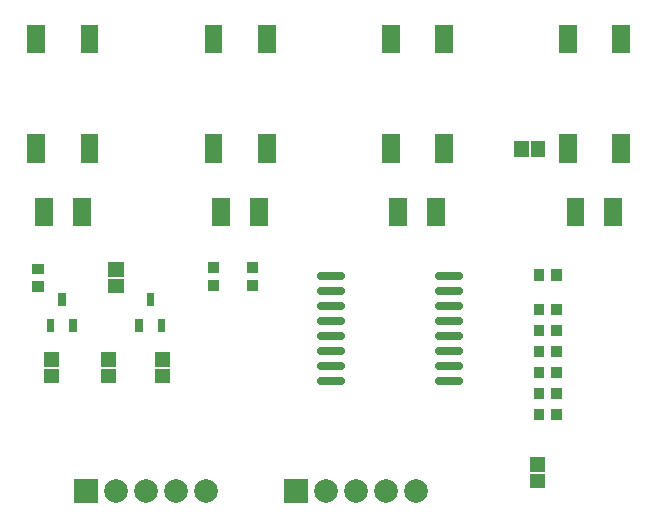
<source format=gts>
G04 Layer: TopSolderMaskLayer*
G04 EasyEDA v6.4.25, 2021-11-01T16:40:30+01:00*
G04 d0984406bf964252bec45fc5339864a5,23de75a5ce864506aa6f80b6cd8e489b,10*
G04 Gerber Generator version 0.2*
G04 Scale: 100 percent, Rotated: No, Reflected: No *
G04 Dimensions in millimeters *
G04 leading zeros omitted , absolute positions ,4 integer and 5 decimal *
%FSLAX45Y45*%
%MOMM*%

%ADD28C,0.7016*%
%ADD30C,2.0032*%

%LPD*%
D28*
X4356900Y-3606800D02*
G01*
X4186900Y-3606800D01*
X4356900Y-3479800D02*
G01*
X4186900Y-3479800D01*
X4356900Y-3352800D02*
G01*
X4186900Y-3352800D01*
X4356900Y-3225800D02*
G01*
X4186900Y-3225800D01*
X4356900Y-3098800D02*
G01*
X4186900Y-3098800D01*
X4356900Y-2971800D02*
G01*
X4186900Y-2971800D01*
X4356900Y-2844800D02*
G01*
X4186900Y-2844800D01*
X4356900Y-2717800D02*
G01*
X4186900Y-2717800D01*
X3356899Y-3606800D02*
G01*
X3186899Y-3606800D01*
X3356899Y-3479800D02*
G01*
X3186899Y-3479800D01*
X3356899Y-3352800D02*
G01*
X3186899Y-3352800D01*
X3356899Y-3225800D02*
G01*
X3186899Y-3225800D01*
X3356899Y-3098800D02*
G01*
X3186899Y-3098800D01*
X3356899Y-2971800D02*
G01*
X3186899Y-2971800D01*
X3356899Y-2844800D02*
G01*
X3186899Y-2844800D01*
X3356899Y-2717800D02*
G01*
X3186899Y-2717800D01*
G36*
X1093723Y-4633976D02*
G01*
X1093723Y-4433823D01*
X1293876Y-4433823D01*
X1293876Y-4633976D01*
G37*
D30*
G01*
X1447800Y-4533900D03*
G01*
X1701800Y-4533900D03*
G01*
X1955800Y-4533900D03*
G01*
X2209800Y-4533900D03*
G36*
X2871724Y-4633976D02*
G01*
X2871724Y-4433823D01*
X3071875Y-4433823D01*
X3071875Y-4633976D01*
G37*
G01*
X3479800Y-4533900D03*
G01*
X3733800Y-4533900D03*
G01*
X3987800Y-4533900D03*
G01*
X3225800Y-4533900D03*
G36*
X1084834Y-2291334D02*
G01*
X1084834Y-2051304D01*
X1235202Y-2051304D01*
X1235202Y-2291334D01*
G37*
G36*
X765047Y-2291334D02*
G01*
X765047Y-2051304D01*
X915162Y-2051304D01*
X915162Y-2291334D01*
G37*
G36*
X2584958Y-2291334D02*
G01*
X2584958Y-2051304D01*
X2735072Y-2051304D01*
X2735072Y-2291334D01*
G37*
G36*
X2264918Y-2291334D02*
G01*
X2264918Y-2051304D01*
X2415031Y-2051304D01*
X2415031Y-2291334D01*
G37*
G36*
X4084827Y-2291334D02*
G01*
X4084827Y-2051304D01*
X4235195Y-2051304D01*
X4235195Y-2291334D01*
G37*
G36*
X3765041Y-2291334D02*
G01*
X3765041Y-2051304D01*
X3915156Y-2051304D01*
X3915156Y-2291334D01*
G37*
G36*
X5584952Y-2291334D02*
G01*
X5584952Y-2051304D01*
X5735065Y-2051304D01*
X5735065Y-2291334D01*
G37*
G36*
X5264911Y-2291334D02*
G01*
X5264911Y-2051304D01*
X5415025Y-2051304D01*
X5415025Y-2291334D01*
G37*
G36*
X863854Y-3189731D02*
G01*
X863854Y-3075686D01*
X927354Y-3075686D01*
X927354Y-3189731D01*
G37*
G36*
X1053845Y-3189731D02*
G01*
X1053845Y-3075686D01*
X1117345Y-3075686D01*
X1117345Y-3189731D01*
G37*
G36*
X958850Y-2969513D02*
G01*
X958850Y-2855468D01*
X1022350Y-2855468D01*
X1022350Y-2969513D01*
G37*
G36*
X1613154Y-3189731D02*
G01*
X1613154Y-3075686D01*
X1676654Y-3075686D01*
X1676654Y-3189731D01*
G37*
G36*
X1803145Y-3189731D02*
G01*
X1803145Y-3075686D01*
X1866645Y-3075686D01*
X1866645Y-3189731D01*
G37*
G36*
X1708150Y-2969513D02*
G01*
X1708150Y-2855468D01*
X1771650Y-2855468D01*
X1771650Y-2969513D01*
G37*
G36*
X2555240Y-2838450D02*
G01*
X2555240Y-2747771D01*
X2651759Y-2747771D01*
X2651759Y-2838450D01*
G37*
G36*
X2555240Y-2687828D02*
G01*
X2555240Y-2597150D01*
X2651759Y-2597150D01*
X2651759Y-2687828D01*
G37*
G36*
X2225040Y-2838450D02*
G01*
X2225040Y-2747771D01*
X2321559Y-2747771D01*
X2321559Y-2838450D01*
G37*
G36*
X2225040Y-2687828D02*
G01*
X2225040Y-2597150D01*
X2321559Y-2597150D01*
X2321559Y-2687828D01*
G37*
G36*
X739139Y-2851150D02*
G01*
X739139Y-2760471D01*
X835660Y-2760471D01*
X835660Y-2851150D01*
G37*
G36*
X739139Y-2700528D02*
G01*
X739139Y-2609850D01*
X835660Y-2609850D01*
X835660Y-2700528D01*
G37*
G36*
X5135372Y-3756660D02*
G01*
X5135372Y-3660139D01*
X5226050Y-3660139D01*
X5226050Y-3756660D01*
G37*
G36*
X4984750Y-3756660D02*
G01*
X4984750Y-3660139D01*
X5075427Y-3660139D01*
X5075427Y-3756660D01*
G37*
G36*
X5135372Y-3578860D02*
G01*
X5135372Y-3482339D01*
X5226050Y-3482339D01*
X5226050Y-3578860D01*
G37*
G36*
X4984750Y-3578860D02*
G01*
X4984750Y-3482339D01*
X5075427Y-3482339D01*
X5075427Y-3578860D01*
G37*
G36*
X5135372Y-3045460D02*
G01*
X5135372Y-2948939D01*
X5226050Y-2948939D01*
X5226050Y-3045460D01*
G37*
G36*
X4984750Y-3045460D02*
G01*
X4984750Y-2948939D01*
X5075427Y-2948939D01*
X5075427Y-3045460D01*
G37*
G36*
X4984750Y-3223260D02*
G01*
X4984750Y-3126739D01*
X5075427Y-3126739D01*
X5075427Y-3223260D01*
G37*
G36*
X5135372Y-3223260D02*
G01*
X5135372Y-3126739D01*
X5226050Y-3126739D01*
X5226050Y-3223260D01*
G37*
G36*
X4984750Y-3401060D02*
G01*
X4984750Y-3304539D01*
X5075427Y-3304539D01*
X5075427Y-3401060D01*
G37*
G36*
X5135372Y-3401060D02*
G01*
X5135372Y-3304539D01*
X5226050Y-3304539D01*
X5226050Y-3401060D01*
G37*
G36*
X4984750Y-3934460D02*
G01*
X4984750Y-3837939D01*
X5075427Y-3837939D01*
X5075427Y-3934460D01*
G37*
G36*
X5135372Y-3934460D02*
G01*
X5135372Y-3837939D01*
X5226050Y-3837939D01*
X5226050Y-3934460D01*
G37*
G36*
X836421Y-3482594D02*
G01*
X836421Y-3362452D01*
X966978Y-3362452D01*
X966978Y-3482594D01*
G37*
G36*
X836421Y-3622547D02*
G01*
X836421Y-3502405D01*
X966978Y-3502405D01*
X966978Y-3622547D01*
G37*
G36*
X1776221Y-3482594D02*
G01*
X1776221Y-3362452D01*
X1906778Y-3362452D01*
X1906778Y-3482594D01*
G37*
G36*
X1776221Y-3622547D02*
G01*
X1776221Y-3502405D01*
X1906778Y-3502405D01*
X1906778Y-3622547D01*
G37*
G36*
X1382521Y-2719578D02*
G01*
X1382521Y-2599181D01*
X1513078Y-2599181D01*
X1513078Y-2719578D01*
G37*
G36*
X1382521Y-2859531D02*
G01*
X1382521Y-2739136D01*
X1513078Y-2739136D01*
X1513078Y-2859531D01*
G37*
G36*
X4822952Y-1703578D02*
G01*
X4822952Y-1573021D01*
X4943093Y-1573021D01*
X4943093Y-1703578D01*
G37*
G36*
X4962906Y-1703578D02*
G01*
X4962906Y-1573021D01*
X5083047Y-1573021D01*
X5083047Y-1703578D01*
G37*
G36*
X700023Y-1755647D02*
G01*
X700023Y-1515618D01*
X850137Y-1515618D01*
X850137Y-1755647D01*
G37*
G36*
X1149857Y-1755647D02*
G01*
X1149857Y-1515618D01*
X1299971Y-1515618D01*
X1299971Y-1755647D01*
G37*
G36*
X700023Y-827023D02*
G01*
X700023Y-586994D01*
X850137Y-586994D01*
X850137Y-827023D01*
G37*
G36*
X1149857Y-827023D02*
G01*
X1149857Y-586994D01*
X1299971Y-586994D01*
X1299971Y-827023D01*
G37*
G36*
X2199893Y-1755647D02*
G01*
X2199893Y-1515618D01*
X2350008Y-1515618D01*
X2350008Y-1755647D01*
G37*
G36*
X2649981Y-1755647D02*
G01*
X2649981Y-1515618D01*
X2800095Y-1515618D01*
X2800095Y-1755647D01*
G37*
G36*
X2199893Y-827023D02*
G01*
X2199893Y-586994D01*
X2350008Y-586994D01*
X2350008Y-827023D01*
G37*
G36*
X2649981Y-827023D02*
G01*
X2649981Y-586994D01*
X2800095Y-586994D01*
X2800095Y-827023D01*
G37*
G36*
X3700018Y-1755647D02*
G01*
X3700018Y-1515618D01*
X3850131Y-1515618D01*
X3850131Y-1755647D01*
G37*
G36*
X4149852Y-1755647D02*
G01*
X4149852Y-1515618D01*
X4299965Y-1515618D01*
X4299965Y-1755647D01*
G37*
G36*
X3700018Y-827023D02*
G01*
X3700018Y-586994D01*
X3850131Y-586994D01*
X3850131Y-827023D01*
G37*
G36*
X4149852Y-827023D02*
G01*
X4149852Y-586994D01*
X4299965Y-586994D01*
X4299965Y-827023D01*
G37*
G36*
X5199888Y-1755647D02*
G01*
X5199888Y-1515618D01*
X5350002Y-1515618D01*
X5350002Y-1755647D01*
G37*
G36*
X5649975Y-1755647D02*
G01*
X5649975Y-1515618D01*
X5800090Y-1515618D01*
X5800090Y-1755647D01*
G37*
G36*
X5199888Y-827023D02*
G01*
X5199888Y-586994D01*
X5350002Y-586994D01*
X5350002Y-827023D01*
G37*
G36*
X5649975Y-827023D02*
G01*
X5649975Y-586994D01*
X5800090Y-586994D01*
X5800090Y-827023D01*
G37*
G36*
X1319021Y-3622547D02*
G01*
X1319021Y-3502405D01*
X1449578Y-3502405D01*
X1449578Y-3622547D01*
G37*
G36*
X1319021Y-3482594D02*
G01*
X1319021Y-3362452D01*
X1449578Y-3362452D01*
X1449578Y-3482594D01*
G37*
G36*
X5135372Y-2753360D02*
G01*
X5135372Y-2656839D01*
X5226050Y-2656839D01*
X5226050Y-2753360D01*
G37*
G36*
X4984750Y-2753360D02*
G01*
X4984750Y-2656839D01*
X5075427Y-2656839D01*
X5075427Y-2753360D01*
G37*
G36*
X4951222Y-4511547D02*
G01*
X4951222Y-4391405D01*
X5081777Y-4391405D01*
X5081777Y-4511547D01*
G37*
G36*
X4951222Y-4371594D02*
G01*
X4951222Y-4251452D01*
X5081777Y-4251452D01*
X5081777Y-4371594D01*
G37*
M02*

</source>
